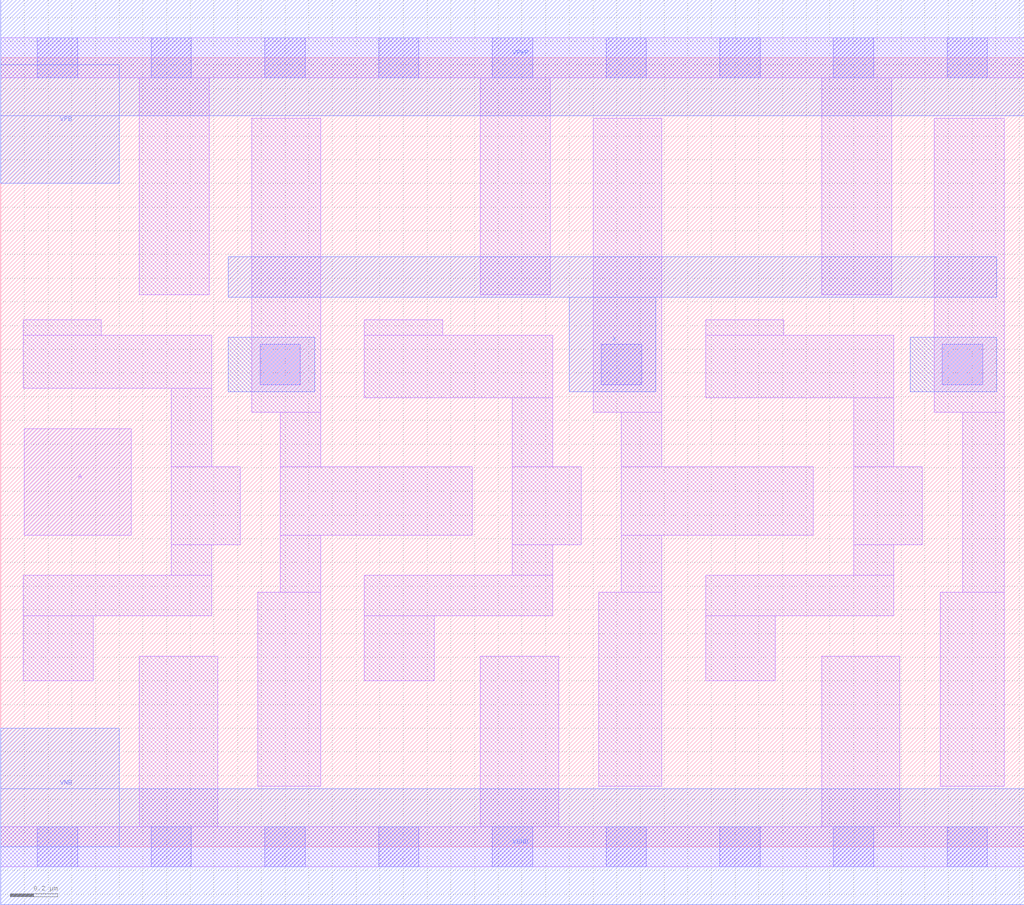
<source format=lef>
# Copyright 2020 The SkyWater PDK Authors
#
# Licensed under the Apache License, Version 2.0 (the "License");
# you may not use this file except in compliance with the License.
# You may obtain a copy of the License at
#
#     https://www.apache.org/licenses/LICENSE-2.0
#
# Unless required by applicable law or agreed to in writing, software
# distributed under the License is distributed on an "AS IS" BASIS,
# WITHOUT WARRANTIES OR CONDITIONS OF ANY KIND, either express or implied.
# See the License for the specific language governing permissions and
# limitations under the License.
#
# SPDX-License-Identifier: Apache-2.0

VERSION 5.5 ;
NAMESCASESENSITIVE ON ;
BUSBITCHARS "[]" ;
DIVIDERCHAR "/" ;
MACRO sky130_fd_sc_lp__dlymetal6s4s_1
  CLASS CORE ;
  SOURCE USER ;
  ORIGIN  0.000000  0.000000 ;
  SIZE  4.320000 BY  3.330000 ;
  SYMMETRY X Y R90 ;
  SITE unit ;
  PIN A
    ANTENNAGATEAREA  0.126000 ;
    DIRECTION INPUT ;
    USE SIGNAL ;
    PORT
      LAYER li1 ;
        RECT 0.100000 1.315000 0.550000 1.765000 ;
    END
  END A
  PIN X
    ANTENNADIFFAREA  0.556500 ;
    ANTENNAPARTIALMETALSIDEAREA  0.280000 ;
    DIRECTION OUTPUT ;
    USE SIGNAL ;
    PORT
      LAYER met1 ;
        RECT 0.960000 2.320000 4.205000 2.490000 ;
        RECT 2.400000 1.920000 2.765000 2.320000 ;
    END
  END X
  PIN VGND
    DIRECTION INOUT ;
    USE GROUND ;
    PORT
      LAYER met1 ;
        RECT 0.000000 -0.245000 4.320000 0.245000 ;
    END
  END VGND
  PIN VNB
    DIRECTION INOUT ;
    USE GROUND ;
    PORT
      LAYER met1 ;
        RECT 0.000000 0.000000 0.500000 0.500000 ;
    END
  END VNB
  PIN VPB
    DIRECTION INOUT ;
    USE POWER ;
    PORT
      LAYER met1 ;
        RECT 0.000000 2.800000 0.500000 3.300000 ;
    END
  END VPB
  PIN VPWR
    DIRECTION INOUT ;
    USE POWER ;
    PORT
      LAYER met1 ;
        RECT 0.000000 3.085000 4.320000 3.575000 ;
    END
  END VPWR
  OBS
    LAYER li1 ;
      RECT 0.000000 -0.085000 4.320000 0.085000 ;
      RECT 0.000000  3.245000 4.320000 3.415000 ;
      RECT 0.095000  0.700000 0.390000 0.975000 ;
      RECT 0.095000  0.975000 0.890000 1.145000 ;
      RECT 0.095000  1.935000 0.890000 2.160000 ;
      RECT 0.095000  2.160000 0.425000 2.225000 ;
      RECT 0.585000  0.085000 0.915000 0.805000 ;
      RECT 0.585000  2.330000 0.880000 3.245000 ;
      RECT 0.720000  1.145000 0.890000 1.275000 ;
      RECT 0.720000  1.275000 1.010000 1.605000 ;
      RECT 0.720000  1.605000 0.890000 1.935000 ;
      RECT 1.060000  1.835000 1.350000 3.075000 ;
      RECT 1.085000  0.255000 1.350000 1.075000 ;
      RECT 1.180000  1.075000 1.350000 1.315000 ;
      RECT 1.180000  1.315000 1.990000 1.605000 ;
      RECT 1.180000  1.605000 1.350000 1.835000 ;
      RECT 1.535000  0.700000 1.830000 0.975000 ;
      RECT 1.535000  0.975000 2.330000 1.145000 ;
      RECT 1.535000  1.895000 2.330000 2.160000 ;
      RECT 1.535000  2.160000 1.865000 2.225000 ;
      RECT 2.025000  0.085000 2.355000 0.805000 ;
      RECT 2.025000  2.330000 2.320000 3.245000 ;
      RECT 2.160000  1.145000 2.330000 1.275000 ;
      RECT 2.160000  1.275000 2.450000 1.605000 ;
      RECT 2.160000  1.605000 2.330000 1.895000 ;
      RECT 2.500000  1.835000 2.790000 3.075000 ;
      RECT 2.525000  0.255000 2.790000 1.075000 ;
      RECT 2.620000  1.075000 2.790000 1.315000 ;
      RECT 2.620000  1.315000 3.430000 1.605000 ;
      RECT 2.620000  1.605000 2.790000 1.835000 ;
      RECT 2.975000  0.700000 3.270000 0.975000 ;
      RECT 2.975000  0.975000 3.770000 1.145000 ;
      RECT 2.975000  1.895000 3.770000 2.160000 ;
      RECT 2.975000  2.160000 3.305000 2.225000 ;
      RECT 3.465000  0.085000 3.795000 0.805000 ;
      RECT 3.465000  2.330000 3.760000 3.245000 ;
      RECT 3.600000  1.145000 3.770000 1.275000 ;
      RECT 3.600000  1.275000 3.890000 1.605000 ;
      RECT 3.600000  1.605000 3.770000 1.895000 ;
      RECT 3.940000  1.835000 4.235000 3.075000 ;
      RECT 3.965000  0.255000 4.235000 1.075000 ;
      RECT 4.060000  1.075000 4.235000 1.835000 ;
    LAYER mcon ;
      RECT 0.155000 -0.085000 0.325000 0.085000 ;
      RECT 0.155000  3.245000 0.325000 3.415000 ;
      RECT 0.635000 -0.085000 0.805000 0.085000 ;
      RECT 0.635000  3.245000 0.805000 3.415000 ;
      RECT 1.095000  1.950000 1.265000 2.120000 ;
      RECT 1.115000 -0.085000 1.285000 0.085000 ;
      RECT 1.115000  3.245000 1.285000 3.415000 ;
      RECT 1.595000 -0.085000 1.765000 0.085000 ;
      RECT 1.595000  3.245000 1.765000 3.415000 ;
      RECT 2.075000 -0.085000 2.245000 0.085000 ;
      RECT 2.075000  3.245000 2.245000 3.415000 ;
      RECT 2.535000  1.950000 2.705000 2.120000 ;
      RECT 2.555000 -0.085000 2.725000 0.085000 ;
      RECT 2.555000  3.245000 2.725000 3.415000 ;
      RECT 3.035000 -0.085000 3.205000 0.085000 ;
      RECT 3.035000  3.245000 3.205000 3.415000 ;
      RECT 3.515000 -0.085000 3.685000 0.085000 ;
      RECT 3.515000  3.245000 3.685000 3.415000 ;
      RECT 3.975000  1.950000 4.145000 2.120000 ;
      RECT 3.995000 -0.085000 4.165000 0.085000 ;
      RECT 3.995000  3.245000 4.165000 3.415000 ;
    LAYER met1 ;
      RECT 0.960000 1.920000 1.325000 2.150000 ;
      RECT 3.840000 1.920000 4.205000 2.150000 ;
  END
END sky130_fd_sc_lp__dlymetal6s4s_1

</source>
